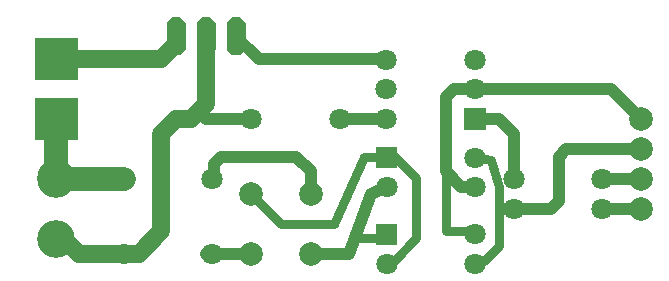
<source format=gbr>
%FSLAX32Y32*%
%MOMM*%
%LNKUPFERSEITE2*%
G71*
G01*
%ADD10C, 1.80*%
%ADD11C, 2.00*%
%ADD12C, 1.80*%
%ADD13C, 1.00*%
%ADD14C, 2.00*%
%ADD15C, 1.50*%
%ADD16C, 0.75*%
%ADD17C, 3.20*%
%ADD18C, 0.80*%
%LPD*%
G36*
X4122Y1324D02*
X4302Y1324D01*
X4302Y1504D01*
X4122Y1504D01*
X4122Y1324D01*
G37*
X4212Y1664D02*
G54D10*
D03*
X4212Y1914D02*
G54D10*
D03*
X3462Y1914D02*
G54D10*
D03*
X3462Y1664D02*
G54D10*
D03*
X3462Y1414D02*
G54D10*
D03*
G36*
X3554Y1176D02*
X3374Y1176D01*
X3374Y996D01*
X3554Y996D01*
X3554Y1176D01*
G37*
X3464Y836D02*
G54D10*
D03*
X4214Y836D02*
G54D10*
D03*
X4214Y1086D02*
G54D10*
D03*
X2825Y271D02*
G54D11*
D03*
X2317Y271D02*
G54D11*
D03*
X2825Y779D02*
G54D11*
D03*
X2317Y779D02*
G54D11*
D03*
X1988Y271D02*
G54D12*
D03*
X1238Y271D02*
G54D12*
D03*
X1988Y271D02*
G54D12*
D03*
X1238Y271D02*
G54D12*
D03*
X1988Y906D02*
G54D12*
D03*
X1238Y906D02*
G54D12*
D03*
X1988Y906D02*
G54D12*
D03*
X1238Y906D02*
G54D12*
D03*
X3067Y1414D02*
G54D12*
D03*
X2317Y1414D02*
G54D12*
D03*
X3067Y1414D02*
G54D12*
D03*
X2317Y1414D02*
G54D12*
D03*
X5290Y652D02*
G54D12*
D03*
X4540Y652D02*
G54D12*
D03*
X5290Y652D02*
G54D12*
D03*
X4540Y652D02*
G54D12*
D03*
X5290Y906D02*
G54D12*
D03*
X4540Y906D02*
G54D12*
D03*
X5290Y906D02*
G54D12*
D03*
X4540Y906D02*
G54D12*
D03*
G36*
X2270Y2227D02*
X2223Y2274D01*
X2157Y2274D01*
X2110Y2227D01*
X2110Y2001D01*
X2157Y1954D01*
X2223Y1954D01*
X2270Y2001D01*
X2270Y2227D01*
G37*
G36*
X2016Y2227D02*
X1969Y2274D01*
X1903Y2274D01*
X1856Y2227D01*
X1856Y2001D01*
X1903Y1954D01*
X1969Y1954D01*
X2016Y2001D01*
X2016Y2227D01*
G37*
G36*
X1762Y2227D02*
X1715Y2274D01*
X1649Y2274D01*
X1602Y2227D01*
X1602Y2001D01*
X1649Y1954D01*
X1715Y1954D01*
X1762Y2001D01*
X1762Y2227D01*
G37*
G54D13*
X3460Y1414D02*
X3079Y1414D01*
G54D14*
X1238Y906D02*
X666Y906D01*
X666Y1414D01*
G54D15*
X1682Y2112D02*
X1682Y2049D01*
X1555Y1922D01*
X666Y1922D01*
G54D13*
X3460Y1922D02*
X2380Y1922D01*
X2190Y2112D01*
G54D13*
X2317Y271D02*
X1936Y271D01*
G54D13*
X2825Y779D02*
X2825Y970D01*
X2698Y1096D01*
X2063Y1096D01*
X2000Y1033D01*
X2000Y906D01*
G54D16*
X3460Y1096D02*
X3270Y1096D01*
X3016Y525D01*
X2571Y525D01*
X2317Y779D01*
G54D13*
X3460Y842D02*
X3333Y779D01*
X3142Y271D01*
X2825Y271D01*
X666Y1922D02*
G54D17*
D03*
G36*
X486Y1741D02*
X486Y2103D01*
X848Y2103D01*
X848Y1741D01*
X486Y1741D01*
G37*
X666Y1422D02*
G54D17*
D03*
X666Y902D02*
G54D17*
D03*
X666Y1414D02*
G54D17*
D03*
G36*
X486Y1233D02*
X486Y1595D01*
X848Y1595D01*
X848Y1233D01*
X486Y1233D01*
G37*
X666Y914D02*
G54D17*
D03*
X666Y394D02*
G54D17*
D03*
X5619Y652D02*
G54D11*
D03*
X5619Y906D02*
G54D11*
D03*
X5619Y1160D02*
G54D11*
D03*
X5619Y1414D02*
G54D11*
D03*
G54D13*
X5619Y652D02*
X5302Y652D01*
G54D13*
X5619Y906D02*
X5302Y906D01*
G54D13*
X4222Y842D02*
X4095Y842D01*
X3968Y970D01*
X3968Y1604D01*
X4032Y1668D01*
X5365Y1668D01*
X5619Y1414D01*
G54D13*
X4540Y906D02*
X4540Y1287D01*
X4412Y1414D01*
X4222Y1414D01*
G54D18*
X4222Y1096D02*
X4349Y1065D01*
X4412Y842D01*
X4412Y652D01*
X4540Y652D01*
G54D13*
X5619Y1160D02*
X4984Y1160D01*
X4920Y1096D01*
X4920Y716D01*
X4857Y652D01*
X4476Y652D01*
G54D15*
X666Y398D02*
X730Y398D01*
X856Y271D01*
X1364Y271D01*
X1555Y462D01*
X1555Y1287D01*
X1682Y1414D01*
X1809Y1414D01*
X1936Y1541D01*
X1936Y2176D01*
G54D13*
X2317Y1414D02*
X1936Y1414D01*
X1872Y1478D01*
G36*
X3554Y529D02*
X3374Y529D01*
X3374Y349D01*
X3554Y349D01*
X3554Y529D01*
G37*
X3464Y189D02*
G54D10*
D03*
X4214Y189D02*
G54D10*
D03*
X4214Y439D02*
G54D10*
D03*
G54D18*
X4412Y658D02*
X4412Y341D01*
X4286Y214D01*
G54D18*
X3968Y976D02*
X3968Y468D01*
X4158Y468D01*
X4158Y468D01*
G54D18*
X3396Y404D02*
X3206Y404D01*
G54D18*
X3524Y1103D02*
X3714Y912D01*
X3714Y404D01*
X3524Y214D01*
M02*

</source>
